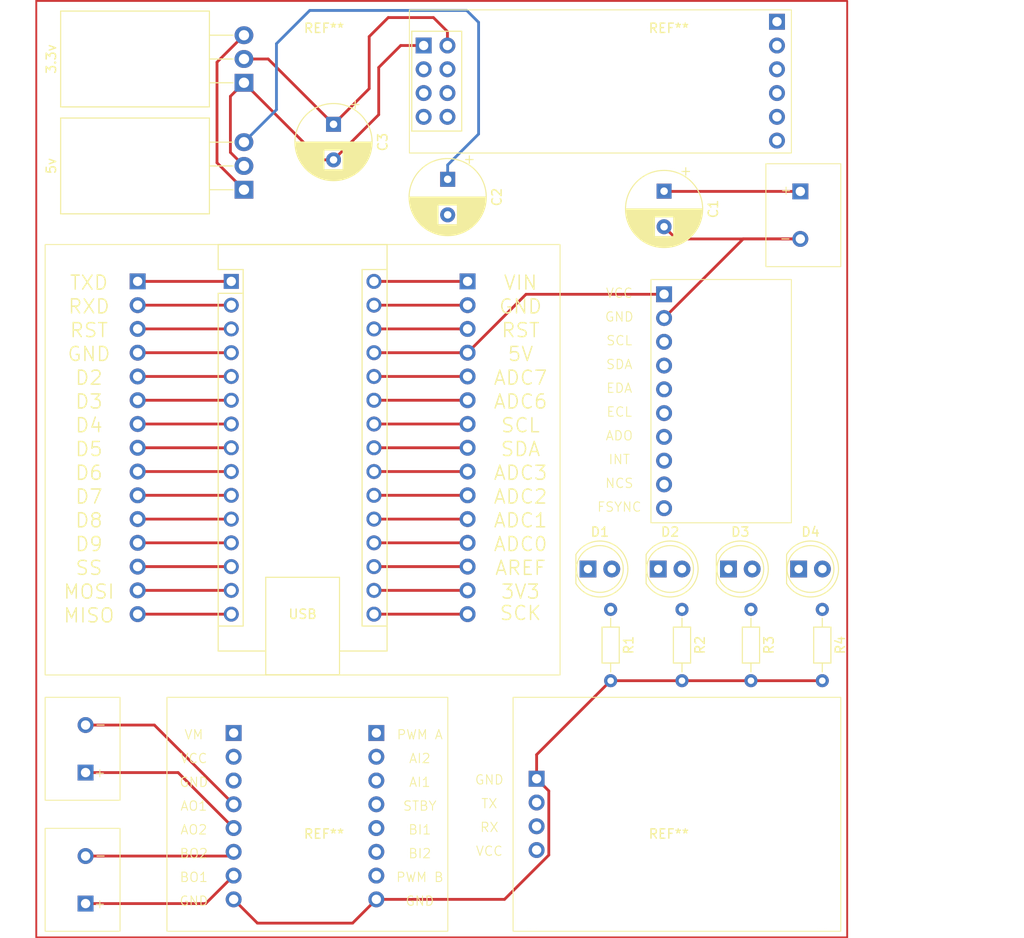
<source format=kicad_pcb>
(kicad_pcb (version 20240108) (generator "pcbnew") (generator_version "8.0")
  (layers (0 "F.Cu" signal) (31 "B.Cu" signal) (34 "B.Paste" user) (35 "F.Paste" user) (36 "B.SilkS" user "B.Silkscreen") (37 "F.SilkS" user "F.Silkscreen") (38 "B.Mask" user) (39 "F.Mask" user) (44 "Edge.Cuts" user))
  (net 0 "")
  (net 1 "Net-(3v3_regulator1-VO)")
  (net 2 "Net-(3v3_regulator1-GND)")
  (net 3 "Net-(3v3_regulator1-VI)")
  (net 4 "Net-(A1-D4)")
  (net 5 "Net-(A1-D11)")
  (net 6 "Net-(A1-A5)")
  (net 7 "Net-(A1-A2)")
  (net 8 "Net-(A1-D6)")
  (net 9 "unconnected-(A1-~{RESET}-Pad28)")
  (net 10 "Net-(A1-A6)")
  (net 11 "Net-(A1-D8)")
  (net 12 "unconnected-(A1-AREF-Pad18)")
  (net 13 "Net-(A1-D9)")
  (net 14 "unconnected-(A1-D1{slash}TX-Pad1)")
  (net 15 "unconnected-(A1-~{RESET}-Pad3)")
  (net 16 "Net-(A1-D12)")
  (net 17 "Net-(A1-D2)")
  (net 18 "Net-(A1-A3)")
  (net 19 "Net-(A1-+5V)")
  (net 20 "Net-(A1-D10)")
  (net 21 "Net-(A1-D7)")
  (net 22 "Net-(A1-A7)")
  (net 23 "unconnected-(A1-VIN-Pad30)")
  (net 24 "Net-(A1-A1)")
  (net 25 "Net-(A1-D3)")
  (net 26 "Net-(D1-A)")
  (net 27 "Net-(A1-D13)")
  (net 28 "Net-(A1-A4)")
  (net 29 "Net-(A1-A0)")
  (net 30 "Net-(A1-D5)")
  (net 31 "unconnected-(A1-D0{slash}RX-Pad2)")
  (net 32 "Net-(D2-A)")
  (net 33 "unconnected-(A1-3V3-Pad17)")
  (net 34 "Net-(MOTOR_A1-Input)")
  (net 35 "Net-(MOTOR_A1-GND)")
  (net 36 "Net-(MOTOR_B1-Input)")
  (net 37 "Net-(MOTOR_B1-GND)")
  (net 45 "Net-(D3-A)")
  (net 46 "Net-(D4-A)")
  (footprint "LED_THT:LED_D5.0mm" (layer "F.Cu") (at 162.066 103.632)
    (property "Reference" "D3" (at 1.27 -3.96 0) (layer "F.SilkS"))
    (property "Value" "LED")
    (pad "1" thru_hole rect (at 0 0) (size 1.8 1.8) (drill 0.9) (layers "*.Cu" "*.Mask") (net 22 "Net-(A1-A7)"))
    (pad "2" thru_hole circle (at 2.54 0) (size 1.8 1.8) (drill 0.9) (layers "*.Cu" "*.Mask") (net 45 "Net-(D3-A)"))
  )
  (footprint "Footprints_cez:Terminal" (layer "F.Cu") (at 84.513698 136.594 90)
    (property "Reference" "MOTOR_A1" (hide yes))
    (property "Value" "~")
    (fp_text user "+" (at -3.556 10.922 90) (layer "F.SilkS") (effects (font (thickness 0.1)) (justify left bottom)))
    (fp_text user "-" (at 2.794 11.176 180) (layer "F.SilkS") (effects (font (thickness 0.1)) (justify left bottom)))
    (pad "1" thru_hole rect (at -2.794 8.89 180) (size 1.7 1.7) (drill 1) (layers "*.Cu" "*.Mask") (net 34 "Net-(MOTOR_A1-Input)"))
    (pad "2" thru_hole oval (at 2.286 8.89 180) (size 1.7 1.7) (drill 1) (layers "*.Cu" "*.Mask") (net 35 "Net-(MOTOR_A1-GND)"))
  )
  (footprint "Package_TO_SOT_THT:TO-220-3_Horizontal_TabDown" (layer "F.Cu") (at 110.322 63.1 90)
    (property "Reference" "5v" (at 2.54 -20.58 -90) (layer "F.SilkS"))
    (property "Value" "L7805")
    (pad "" np_thru_hole oval (at 2.54 -16.66 90) (size 3.5 3.5) (drill 3.5) (layers "*.Cu" "*.Mask"))
    (pad "1" thru_hole rect (at 0 0 90) (size 1.905 2) (drill 1.1) (layers "*.Cu" "*.Mask") (net 3 "Net-(3v3_regulator1-VI)"))
    (pad "2" thru_hole oval (at 2.54 0 90) (size 1.905 2) (drill 1.1) (layers "*.Cu" "*.Mask") (net 2 "Net-(3v3_regulator1-GND)"))
    (pad "3" thru_hole oval (at 5.08 0 90) (size 1.905 2) (drill 1.1) (layers "*.Cu" "*.Mask") (net 19 "Net-(A1-+5V)"))
  )
  (footprint "Footprints_cez:Terminal" (layer "F.Cu") (at 84.514 122.594 90)
    (property "Reference" "MOTOR_B1" (hide yes))
    (property "Value" "~")
    (fp_text user "+" (at -3.556 10.922 90) (layer "F.SilkS") (effects (font (thickness 0.1)) (justify left bottom)))
    (fp_text user "-" (at 2.794 11.176 180) (layer "F.SilkS") (effects (font (thickness 0.1)) (justify left bottom)))
    (pad "1" thru_hole rect (at -2.794 8.89 180) (size 1.7 1.7) (drill 1) (layers "*.Cu" "*.Mask") (net 36 "Net-(MOTOR_B1-Input)"))
    (pad "2" thru_hole oval (at 2.286 8.89 180) (size 1.7 1.7) (drill 1) (layers "*.Cu" "*.Mask") (net 37 "Net-(MOTOR_B1-GND)"))
  )
  (footprint "LED_THT:LED_D5.0mm" (layer "F.Cu") (at 147.066 103.632)
    (property "Reference" "D1" (at 1.27 -3.96 0) (layer "F.SilkS"))
    (property "Value" "LED")
    (pad "1" thru_hole rect (at 0 0) (size 1.8 1.8) (drill 0.9) (layers "*.Cu" "*.Mask") (net 18 "Net-(A1-A3)"))
    (pad "2" thru_hole circle (at 2.54 0) (size 1.8 1.8) (drill 0.9) (layers "*.Cu" "*.Mask") (net 26 "Net-(D1-A)"))
  )
  (footprint "Footprints_cez:GY-NEO6MV2" (layer "F.Cu") (at 157.048 114.916)
    (property "Reference" "GPS1" (hide yes))
    (property "Value" "~" (hide yes))
    (fp_text user "TX" (at -21.444953 14.37 0) (layer "F.SilkS") (effects (font (thickness 0.1)) (justify left bottom)))
    (fp_text user "GND" (at -22.111619 11.83 0) (layer "F.SilkS") (effects (font (thickness 0.1)) (justify left bottom)))
    (fp_text user "VCC" (at -22.016381 19.45 0) (layer "F.SilkS") (effects (font (thickness 0.1)) (justify left bottom)))
    (fp_text user "RX" (at -21.564 16.91 0) (layer "F.SilkS") (effects (font (thickness 0.1)) (justify left bottom)))
    (pad "" np_thru_hole circle (at -15.976 4.464) (size 3.2 3.2) (drill 3.2) (layers "F&B.Cu" "*.Mask"))
    (pad "" np_thru_hole circle (at -15.976 25.292) (size 3.2 3.2) (drill 3.2) (layers "F&B.Cu" "*.Mask"))
    (pad "" np_thru_hole circle (at 15.012 4.464) (size 3.2 3.2) (drill 3.2) (layers "F&B.Cu" "*.Mask"))
    (pad "" np_thru_hole circle (at 15.012 25.292) (size 3.2 3.2) (drill 3.2) (layers "F&B.Cu" "*.Mask"))
    (pad "1" thru_hole rect (at -15.468 11.132) (size 1.7 1.7) (drill 1) (layers "*.Cu" "*.Mask") (net 2 "Net-(3v3_regulator1-GND)"))
    (pad "2" thru_hole oval (at -15.468 13.672) (size 1.7 1.7) (drill 1) (layers "*.Cu" "*.Mask") (net 25 "Net-(A1-D3)"))
    (pad "3" thru_hole oval (at -15.468 16.212) (size 1.7 1.7) (drill 1) (layers "*.Cu" "*.Mask") (net 17 "Net-(A1-D2)"))
    (pad "4" thru_hole oval (at -15.468 18.752) (size 1.7 1.7) (drill 1) (layers "*.Cu" "*.Mask") (net 19 "Net-(A1-+5V)"))
  )
  (footprint "Resistor_THT:R_Axial_DIN0204_L3.6mm_D1.6mm_P7.62mm_Horizontal" (layer "F.Cu") (at 172.092 107.95 -90)
    (property "Reference" "R4" (at 3.81 -1.92 90) (layer "F.SilkS"))
    (property "Value" "R")
    (pad "1" thru_hole circle (at 0 0 270) (size 1.4 1.4) (drill 0.7) (layers "*.Cu" "*.Mask") (net 46 "Net-(D4-A)"))
    (pad "2" thru_hole oval (at 7.62 0 270) (size 1.4 1.4) (drill 0.7) (layers "*.Cu" "*.Mask") (net 2 "Net-(3v3_regulator1-GND)"))
  )
  (footprint "LED_THT:LED_D5.0mm" (layer "F.Cu") (at 154.566 103.632)
    (property "Reference" "D2" (at 1.27 -3.96 0) (layer "F.SilkS"))
    (property "Value" "LED")
    (pad "1" thru_hole rect (at 0 0) (size 1.8 1.8) (drill 0.9) (layers "*.Cu" "*.Mask") (net 10 "Net-(A1-A6)"))
    (pad "2" thru_hole circle (at 2.54 0) (size 1.8 1.8) (drill 0.9) (layers "*.Cu" "*.Mask") (net 32 "Net-(D2-A)"))
  )
  (footprint "Footprints_cez:TB6612FNG" (layer "F.Cu") (at 117.094 116.078)
    (property "Reference" "TB6612FNG1" (hide yes))
    (property "Value" "~" (hide yes))
    (fp_text user "BI1" (at 10.731429 16.002 0) (layer "F.SilkS") (effects (font (thickness 0.1)) (justify left bottom)))
    (fp_text user "PWM A" (at 9.493333 5.842 0) (layer "F.SilkS") (effects (font (thickness 0.1)) (justify left bottom)))
    (fp_text user "BI2" (at 10.731429 18.542 0) (layer "F.SilkS") (effects (font (thickness 0.1)) (justify left bottom)))
    (fp_text user "GND" (at -13.716 23.622 0) (layer "F.SilkS") (effects (font (thickness 0.1)) (justify left bottom)))
    (fp_text user "PWM B" (at 9.421905 21.082 0) (layer "F.SilkS") (effects (font (thickness 0.1)) (justify left bottom)))
    (fp_text user "GND" (at 10.421905 23.622 0) (layer "F.SilkS") (effects (font (thickness 0.1)) (justify left bottom)))
    (fp_text user "BO2\n" (at -13.692191 18.542 0) (layer "F.SilkS") (effects (font (thickness 0.1)) (justify left bottom)))
    (fp_text user "VM" (at -13.192191 5.842 0) (layer "F.SilkS") (effects (font (thickness 0.1)) (justify left bottom)))
    (fp_text user "AI2\n" (at 10.802857 8.382 0) (layer "F.SilkS") (effects (font (thickness 0.1)) (justify left bottom)))
    (fp_text user "AI1" (at 10.802857 10.922 0) (layer "F.SilkS") (effects (font (thickness 0.1)) (justify left bottom)))
    (fp_text user "BO1" (at -13.692191 21.082 0) (layer "F.SilkS") (effects (font (thickness 0.1)) (justify left bottom)))
    (fp_text user "VCC" (at -13.620762 8.382 0) (layer "F.SilkS") (effects (font (thickness 0.1)) (justify left bottom)))
    (fp_text user "AO2" (at -13.620762 16.002 0) (layer "F.SilkS") (effects (font (thickness 0.1)) (justify left bottom)))
    (fp_text user "STBY" (at 10.16 13.462 0) (layer "F.SilkS") (effects (font (thickness 0.1)) (justify left bottom)))
    (fp_text user "AO1" (at -13.620762 13.462 0) (layer "F.SilkS") (effects (font (thickness 0.1)) (justify left bottom)))
    (fp_text user "GND" (at -13.716 10.922 0) (layer "F.SilkS") (effects (font (thickness 0.1)) (justify left bottom)))
    (pad "1" thru_hole rect (at -7.874 5.08) (size 1.7 1.7) (drill 1) (layers "*.Cu" "*.Mask") (net 3 "Net-(3v3_regulator1-VI)"))
    (pad "2" thru_hole oval (at -7.874 7.62) (size 1.7 1.7) (drill 1) (layers "*.Cu" "*.Mask") (net 19 "Net-(A1-+5V)"))
    (pad "3" thru_hole oval (at -7.874 10.16) (size 1.7 1.7) (drill 1) (layers "*.Cu" "*.Mask") (net 2 "Net-(3v3_regulator1-GND)"))
    (pad "4" thru_hole oval (at -7.874 12.7) (size 1.7 1.7) (drill 1) (layers "*.Cu" "*.Mask") (net 37 "Net-(MOTOR_B1-GND)"))
    (pad "5" thru_hole oval (at -7.874 15.24) (size 1.7 1.7) (drill 1) (layers "*.Cu" "*.Mask") (net 36 "Net-(MOTOR_B1-Input)"))
    (pad "6" thru_hole oval (at -7.874 17.78) (size 1.7 1.7) (drill 1) (layers "*.Cu" "*.Mask") (net 35 "Net-(MOTOR_A1-GND)"))
    (pad "7" thru_hole oval (at -7.874 20.32) (size 1.7 1.7) (drill 1) (layers "*.Cu" "*.Mask") (net 34 "Net-(MOTOR_A1-Input)"))
    (pad "8" thru_hole oval (at -7.874 22.86) (size 1.7 1.7) (drill 1) (layers "*.Cu" "*.Mask") (net 2 "Net-(3v3_regulator1-GND)"))
    (pad "9" thru_hole rect (at 7.366 5.08) (size 1.7 1.7) (drill 1) (layers "*.Cu" "*.Mask") (net 29 "Net-(A1-A0)"))
    (pad "10" thru_hole oval (at 7.366 7.62) (size 1.7 1.7) (drill 1) (layers "*.Cu" "*.Mask") (net 4 "Net-(A1-D4)"))
    (pad "11" thru_hole oval (at 7.366 10.16) (size 1.7 1.7) (drill 1) (layers "*.Cu" "*.Mask") (net 30 "Net-(A1-D5)"))
    (pad "12" thru_hole oval (at 7.366 12.7) (size 1.7 1.7) (drill 1) (layers "*.Cu" "*.Mask") (net 20 "Net-(A1-D10)"))
    (pad "13" thru_hole oval (at 7.366 15.24) (size 1.7 1.7) (drill 1) (layers "*.Cu" "*.Mask") (net 8 "Net-(A1-D6)"))
    (pad "14" thru_hole oval (at 7.366 17.78) (size 1.7 1.7) (drill 1) (layers "*.Cu" "*.Mask") (net 21 "Net-(A1-D7)"))
    (pad "15" thru_hole oval (at 7.366 20.32) (size 1.7 1.7) (drill 1) (layers "*.Cu" "*.Mask") (net 24 "Net-(A1-A1)"))
    (pad "16" thru_hole oval (at 7.366 22.86) (size 1.7 1.7) (drill 1) (layers "*.Cu" "*.Mask") (net 2 "Net-(3v3_regulator1-GND)"))
  )
  (footprint "Capacitor_THT:CP_Radial_D8.0mm_P3.80mm" (layer "F.Cu") (at 132.08 61.986 -90)
    (property "Reference" "C2" (at 1.9 -5.25 90) (layer "F.SilkS"))
    (property "Value" "C_Polarized")
    (pad "1" thru_hole rect (at 0 0 270) (size 1.6 1.6) (drill 0.8) (layers "*.Cu" "*.Mask") (net 19 "Net-(A1-+5V)"))
    (pad "2" thru_hole circle (at 3.8 0 270) (size 1.6 1.6) (drill 0.8) (layers "*.Cu" "*.Mask") (net 2 "Net-(3v3_regulator1-GND)"))
  )
  (footprint "MountingHole:MountingHole_3.2mm_M3" (layer "F.Cu") (at 155.702 50.038)
    (property "Reference" "REF**" (at 0 -4.2 0) (layer "F.SilkS"))
    (property "Value" "MountingHole_3.2mm_M3")
    (pad "" np_thru_hole circle (at 0 0) (size 3.2 3.2) (drill 3.2) (layers "*.Cu" "*.Mask"))
  )
  (footprint "Package_TO_SOT_THT:TO-220-3_Horizontal_TabDown" (layer "F.Cu") (at 110.322 51.67 90)
    (property "Reference" "3.3v" (at 2.54 -20.58 -90) (layer "F.SilkS"))
    (property "Value" "LD1117V33")
    (pad "" np_thru_hole oval (at 2.54 -16.66 90) (size 3.5 3.5) (drill 3.5) (layers "*.Cu" "*.Mask"))
    (pad "1" thru_hole rect (at 0 0 90) (size 1.905 2) (drill 1.1) (layers "*.Cu" "*.Mask") (net 2 "Net-(3v3_regulator1-GND)"))
    (pad "2" thru_hole oval (at 2.54 0 90) (size 1.905 2) (drill 1.1) (layers "*.Cu" "*.Mask") (net 1 "Net-(3v3_regulator1-VO)"))
    (pad "3" thru_hole oval (at 5.08 0 90) (size 1.905 2) (drill 1.1) (layers "*.Cu" "*.Mask") (net 3 "Net-(3v3_regulator1-VI)"))
  )
  (footprint "Footprints_cez:MPU6500" (layer "F.Cu") (at 160.432857 68.126)
    (property "Reference" "MPU1" (hide yes))
    (property "Value" "~" (hide yes))
    (fp_text user "EDA" (at -11.469809 16.764 0) (layer "F.SilkS") (effects (font (thickness 0.1)) (justify left bottom)))
    (fp_text user "ADO" (at -11.541238 21.844 0) (layer "F.SilkS") (effects (font (thickness 0.1)) (justify left bottom)))
    (fp_text user "FSYNC" (at -12.446 29.464 0) (layer "F.SilkS") (effects (font (thickness 0.1)) (justify left bottom)))
    (fp_text user "ECL" (at -11.446 19.304 0) (layer "F.SilkS") (effects (font (thickness 0.1)) (justify left bottom)))
    (fp_text user "INT" (at -11.231714 24.384 0) (layer "F.SilkS") (effects (font (thickness 0.1)) (justify left bottom)))
    (fp_text user "SCL" (at -11.469809 11.684 0) (layer "F.SilkS") (effects (font (thickness 0.1)) (justify left bottom)))
    (fp_text user "VCC" (at -11.517428 6.604 0) (layer "F.SilkS") (effects (font (thickness 0.1)) (justify left bottom)))
    (fp_text user "GND" (at -11.612666 9.144 0) (layer "F.SilkS") (effects (font (thickness 0.1)) (justify left bottom)))
    (fp_text user "SDA" (at -11.493619 14.224 0) (layer "F.SilkS") (effects (font (thickness 0.1)) (justify left bottom)))
    (fp_text user "NCS" (at -11.588857 26.924 0) (layer "F.SilkS") (effects (font (thickness 0.1)) (justify left bottom)))
    (pad "" np_thru_hole circle (at 6.699143 6.604) (size 2.7 2.7) (drill 2.7) (layers "F&B.Cu" "*.Mask"))
    (pad "" np_thru_hole circle (at 6.699143 28.448) (size 2.7 2.7) (drill 2.7) (layers "F&B.Cu" "*.Mask"))
    (pad "1" thru_hole rect (at -5.238857 6.147) (size 1.7 1.7) (drill 1) (layers "*.Cu" "*.Mask") (net 19 "Net-(A1-+5V)"))
    (pad "2" thru_hole oval (at -5.238857 8.687) (size 1.7 1.7) (drill 1) (layers "*.Cu" "*.Mask") (net 2 "Net-(3v3_regulator1-GND)"))
    (pad "3" thru_hole oval (at -5.238857 11.227) (size 1.7 1.7) (drill 1) (layers "*.Cu" "*.Mask") (net 6 "Net-(A1-A5)"))
    (pad "4" thru_hole oval (at -5.238857 13.767) (size 1.7 1.7) (drill 1) (layers "*.Cu" "*.Mask") (net 28 "Net-(A1-A4)"))
    (pad "5" thru_hole oval (at -5.238857 16.307) (size 1.7 1.7) (drill 1) (layers "*.Cu" "*.Mask"))
    (pad "6" thru_hole oval (at -5.238857 18.847) (size 1.7 1.7) (drill 1) (layers "*.Cu" "*.Mask"))
    (pad "7" thru_hole oval (at -5.238857 21.387) (size 1.7 1.7) (drill 1) (layers "*.Cu" "*.Mask"))
    (pad "8" thru_hole oval (at -5.238857 23.927) (size 1.7 1.7) (drill 1) (layers "*.Cu" "*.Mask"))
    (pad "9" thru_hole oval (at -5.238857 26.467) (size 1.7 1.7) (drill 1) (layers "*.Cu" "*.Mask"))
    (pad "10" thru_hole oval (at -5.238857 29.007) (size 1.7 1.7) (drill 1) (layers "*.Cu" "*.Mask"))
  )
  (footprint "Footprints_cez:Terminal" (layer "F.Cu") (at 178.638 66.074651 -90)
    (property "Reference" "POWER_INPUT1" (hide yes))
    (property "Value" "~")
    (fp_text user "-" (at 2.794 11.176 0) (layer "F.SilkS") (effects (font (thickness 0.1)) (justify left bottom)))
    (fp_text user "+" (at -3.556 10.922 -90) (layer "F.SilkS") (effects (font (thickness 0.1)) (justify left bottom)))
    (pad "1" thru_hole rect (at -2.794 8.89) (size 1.7 1.7) (drill 1) (layers "*.Cu" "*.Mask") (net 3 "Net-(3v3_regulator1-VI)"))
    (pad "2" thru_hole oval (at 2.286 8.89) (size 1.7 1.7) (drill 1) (layers "*.Cu" "*.Mask") (net 2 "Net-(3v3_regulator1-GND)"))
  )
  (footprint "LED_THT:LED_D5.0mm" (layer "F.Cu") (at 169.566 103.632)
    (property "Reference" "D4" (at 1.27 -3.96 0) (layer "F.SilkS"))
    (property "Value" "LED")
    (pad "1" thru_hole rect (at 0 0) (size 1.8 1.8) (drill 0.9) (layers "*.Cu" "*.Mask") (net 7 "Net-(A1-A2)"))
    (pad "2" thru_hole circle (at 2.54 0) (size 1.8 1.8) (drill 0.9) (layers "*.Cu" "*.Mask") (net 46 "Net-(D4-A)"))
  )
  (footprint "Capacitor_THT:CP_Radial_D8.0mm_P3.80mm" (layer "F.Cu") (at 119.888 56.109349 -90)
    (property "Reference" "C3" (at 1.9 -5.25 90) (layer "F.SilkS"))
    (property "Value" "C_Polarized")
    (pad "1" thru_hole rect (at 0 0 270) (size 1.6 1.6) (drill 0.8) (layers "*.Cu" "*.Mask") (net 1 "Net-(3v3_regulator1-VO)"))
    (pad "2" thru_hole circle (at 3.8 0 270) (size 1.6 1.6) (drill 0.8) (layers "*.Cu" "*.Mask") (net 2 "Net-(3v3_regulator1-GND)"))
  )
  (footprint "Capacitor_THT:CP_Radial_D8.0mm_P3.80mm" (layer "F.Cu") (at 155.194 63.256 -90)
    (property "Reference" "C1" (at 1.9 -5.25 90) (layer "F.SilkS"))
    (property "Value" "C_Polarized")
    (pad "1" thru_hole rect (at 0 0 270) (size 1.6 1.6) (drill 0.8) (layers "*.Cu" "*.Mask") (net 3 "Net-(3v3_regulator1-VI)"))
    (pad "2" thru_hole circle (at 3.8 0 270) (size 1.6 1.6) (drill 0.8) (layers "*.Cu" "*.Mask") (net 2 "Net-(3v3_regulator1-GND)"))
  )
  (footprint "MountingHole:MountingHole_3.2mm_M3" (layer "F.Cu") (at 118.872 50.038)
    (property "Reference" "REF**" (at 0 -4.2 0) (layer "F.SilkS"))
    (property "Value" "MountingHole_3.2mm_M3")
    (pad "" np_thru_hole circle (at 0 0) (size 3.2 3.2) (drill 3.2) (layers "*.Cu" "*.Mask"))
  )
  (footprint "Resistor_THT:R_Axial_DIN0204_L3.6mm_D1.6mm_P7.62mm_Horizontal" (layer "F.Cu") (at 164.472 107.95 -90)
    (property "Reference" "R3" (at 3.81 -1.92 90) (layer "F.SilkS"))
    (property "Value" "R")
    (pad "1" thru_hole circle (at 0 0 270) (size 1.4 1.4) (drill 0.7) (layers "*.Cu" "*.Mask") (net 45 "Net-(D3-A)"))
    (pad "2" thru_hole oval (at 7.62 0 270) (size 1.4 1.4) (drill 0.7) (layers "*.Cu" "*.Mask") (net 2 "Net-(3v3_regulator1-GND)"))
  )
  (footprint "Footprints_cez:Arduino nano breakout" (layer "F.Cu") (at 108.966 72.898)
    (property "Reference" "A1" (hide yes))
    (property "Value" "Arduino_Nano_v3.x")
    (fp_text user "D2" (at -16.763857 11.176 0) (layer "F.SilkS") (effects (font (size 1.5 1.5)) (justify left bottom)))
    (fp_text user "D8\n" (at -16.763857 26.416 0) (layer "F.SilkS") (effects (font (size 1.5 1.5)) (justify left bottom)))
    (fp_text user "RXD" (at -17.513857 3.556 0) (layer "F.SilkS") (effects (font (size 1.5 1.5)) (justify left bottom)))
    (fp_text user "SDA" (at 28.690143 18.796 0) (layer "F.SilkS") (effects (font (size 1.5 1.5)) (justify left bottom)))
    (fp_text user "TXD" (at -17.335286 1.016 0) (layer "F.SilkS") (effects (font (size 1.5 1.5)) (justify left bottom)))
    (fp_text user "MISO" (at -18.013858 36.576 0) (layer "F.SilkS") (effects (font (size 1.5 1.5)) (justify left bottom)))
    (fp_text user "D4" (at -16.763857 16.256 0) (layer "F.SilkS") (effects (font (size 1.5 1.5)) (justify left bottom)))
    (fp_text user "D9\n" (at -16.763857 28.956 0) (layer "F.SilkS") (effects (font (size 1.5 1.5)) (justify left bottom)))
    (fp_text user "ADC1\n" (at 27.940143 26.416 0) (layer "F.SilkS") (effects (font (size 1.5 1.5)) (justify left bottom)))
    (fp_text user "ADC6" (at 27.940143 13.716 0) (layer "F.SilkS") (effects (font (size 1.5 1.5)) (justify left bottom)))
    (fp_text user "ADC2" (at 27.940143 23.876 0) (layer "F.SilkS") (effects (font (size 1.5 1.5)) (justify left bottom)))
    (fp_text user "ADC7" (at 27.940143 11.176 0) (layer "F.SilkS") (effects (font (size 1.5 1.5)) (justify left bottom)))
    (fp_text user "RST" (at 28.761571 6.096 0) (layer "F.SilkS") (effects (font (size 1.5 1.5)) (justify left bottom)))
    (fp_text user "ADC3" (at 27.940143 21.336 0) (layer "F.SilkS") (effects (font (size 1.5 1.5)) (justify left bottom)))
    (fp_text user "ADC0" (at 27.940143 28.956 0) (layer "F.SilkS") (effects (font (size 1.5 1.5)) (justify left bottom)))
    (fp_text user "3V3" (at 28.725857 34.036 0) (layer "F.SilkS") (effects (font (size 1.5 1.5)) (justify left bottom)))
    (fp_text user "AREF" (at 28.083 31.496 0) (layer "F.SilkS") (effects (font (size 1.5 1.5)) (justify left bottom)))
    (fp_text user "SCL" (at 28.725857 16.256 0) (layer "F.SilkS") (effects (font (size 1.5 1.5)) (justify left bottom)))
    (fp_text user "USB" (at 7.62 35.56 0) (layer "F.SilkS"))
    (fp_text user "GND" (at 28.511571 3.556 0) (layer "F.SilkS") (effects (font (size 1.5 1.5)) (justify left bottom)))
    (fp_text user "MOSI" (at -18.013858 34.036 0) (layer "F.SilkS") (effects (font (size 1.5 1.5)) (justify left bottom)))
    (fp_text user "D3" (at -16.763857 13.716 0) (layer "F.SilkS") (effects (font (size 1.5 1.5)) (justify left bottom)))
    (fp_text user "SS" (at -16.728143 31.496 0) (layer "F.SilkS") (effects (font (size 1.5 1.5)) (justify left bottom)))
    (fp_text user "GND" (at -17.585286 8.636 0) (layer "F.SilkS") (effects (font (size 1.5 1.5)) (justify left bottom)))
    (fp_text user "5V" (at 29.440143 8.636 0) (layer "F.SilkS") (effects (font (size 1.5 1.5)) (justify left bottom)))
    (fp_text user "VIN" (at 29.011571 1.016 0) (layer "F.SilkS") (effects (font (size 1.5 1.5)) (justify left bottom)))
    (fp_text user "RST" (at -17.335286 6.096 0) (layer "F.SilkS") (effects (font (size 1.5 1.5)) (justify left bottom)))
    (fp_text user "D5\n" (at -16.763857 18.796 0) (layer "F.SilkS") (effects (font (size 1.5 1.5)) (justify left bottom)))
    (fp_text user "D7\n" (at -16.763857 23.876 0) (layer "F.SilkS") (effects (font (size 1.5 1.5)) (justify left bottom)))
    (fp_text user "D6\n" (at -16.763857 21.336 0) (layer "F.SilkS") (effects (font (size 1.5 1.5)) (justify left bottom)))
    (fp_text user "SCK" (at 28.583 36.322 0) (layer "F.SilkS") (effects (font (size 1.5 1.5)) (justify left bottom)))
    (pad "1" thru_hole rect (at -9.999857 0) (size 1.7 1.7) (drill 1) (layers "*.Cu" "*.Mask") (net 14 "unconnected-(A1-D1{slash}TX-Pad1)"))
    (pad "1" thru_hole rect (at 0 0) (size 1.6 1.6) (drill 1) (layers "*.Cu" "*.Mask") (net 14 "unconnected-(A1-D1{slash}TX-Pad1)"))
    (pad "2" thru_hole oval (at -9.999857 2.54) (size 1.7 1.7) (drill 1) (layers "*.Cu" "*.Mask") (net 31 "unconnected-(A1-D0{slash}RX-Pad2)"))
    (pad "2" thru_hole oval (at 0 2.54) (size 1.6 1.6) (drill 1) (layers "*.Cu" "*.Mask") (net 31 "unconnected-(A1-D0{slash}RX-Pad2)"))
    (pad "3" thru_hole oval (at -9.999857 5.08) (size 1.7 1.7) (drill 1) (layers "*.Cu" "*.Mask") (net 15 "unconnected-(A1-~{RESET}-Pad3)"))
    (pad "3" thru_hole oval (at 0 5.08) (size 1.6 1.6) (drill 1) (layers "*.Cu" "*.Mask") (net 15 "unconnected-(A1-~{RESET}-Pad3)"))
    (pad "4" thru_hole oval (at -9.999857 7.62) (size 1.7 1.7) (drill 1) (layers "*.Cu" "*.Mask") (net 2 "Net-(3v3_regulator1-GND)"))
    (pad "4" thru_hole oval (at 0 7.62) (size 1.6 1.6) (drill 1) (layers "*.Cu" "*.Mask") (net 2 "Net-(3v3_regulator1-GND)"))
    (pad "5" thru_hole oval (at -9.999857 10.16) (size 1.7 1.7) (drill 1) (layers "*.Cu" "*.Mask") (net 17 "Net-(A1-D2)"))
    (pad "5" thru_hole oval (at 0 10.16) (size 1.6 1.6) (drill 1) (layers "*.Cu" "*.Mask") (net 17 "Net-(A1-D2)"))
    (pad "6" thru_hole oval (at -9.999857 12.7) (size 1.7 1.7) (drill 1) (layers "*.Cu" "*.Mask") (net 25 "Net-(A1-D3)"))
    (pad "6" thru_hole oval (at 0 12.7) (size 1.6 1.6) (drill 1) (layers "*.Cu" "*.Mask") (net 25 "Net-(A1-D3)"))
    (pad "7" thru_hole oval (at -9.999857 15.24) (size 1.7 1.7) (drill 1) (layers "*.Cu" "*.Mask") (net 4 "Net-(A1-D4)"))
    (pad "7" thru_hole oval (at 0 15.24) (size 1.6 1.6) (drill 1) (layers "*.Cu" "*.Mask") (net 4 "Net-(A1-D4)"))
    (pad "8" thru_hole oval (at -9.999857 17.78) (size 1.7 1.7) (drill 1) (layers "*.Cu" "*.Mask") (net 30 "Net-(A1-D5)"))
    (pad "8" thru_hole oval (at 0 17.78) (size 1.6 1.6) (drill 1) (layers "*.Cu" "*.Mask") (net 30 "Net-(A1-D5)"))
    (pad "9" thru_hole oval (at -9.999857 20.32) (size 1.7 1.7) (drill 1) (layers "*.Cu" "*.Mask") (net 8 "Net-(A1-D6)"))
    (pad "9" thru_hole oval (at 0 20.32) (size 1.6 1.6) (drill 1) (layers "*.Cu" "*.Mask") (net 8 "Net-(A1-D6)"))
    (pad "10" thru_hole oval (at -9.999857 22.86) (size 1.7 1.7) (drill 1) (layers "*.Cu" "*.Mask") (net 21 "Net-(A1-D7)"))
    (pad "10" thru_hole oval (at 0 22.86) (size 1.6 1.6) (drill 1) (layers "*.Cu" "*.Mask") (net 21 "Net-(A1-D7)"))
    (pad "11" thru_hole oval (at -9.999857 25.4) (size 1.7 1.7) (drill 1) (layers "*.Cu" "*.Mask") (net 11 "Net-(A1-D8)"))
    (pad "11" thru_hole oval (at 0 25.4) (size 1.6 1.6) (drill 1) (layers "*.Cu" "*.Mask") (net 11 "Net-(A1-D8)"))
    (pad "12" thru_hole oval (at -9.999857 27.94) (size 1.7 1.7) (drill 1) (layers "*.Cu" "*.Mask") (net 13 "Net-(A1-D9)"))
    (pad "12" thru_hole oval (at 0 27.94) (size 1.6 1.6) (drill 1) (layers "*.Cu" "*.Mask") (net 13 "Net-(A1-D9)"))
    (pad "13" thru_hole oval (at -9.999857 30.48) (size 1.7 1.7) (drill 1) (layers "*.Cu" "*.Mask") (net 20 "Net-(A1-D10)"))
    (pad "13" thru_hole oval (at 0 30.48) (size 1.6 1.6) (drill 1) (layers "*.Cu" "*.Mask") (net 20 "Net-(A1-D10)"))
    (pad "14" thru_hole oval (at -9.999857 33.02) (size 1.7 1.7) (drill 1) (layers "*.Cu" "*.Mask") (net 5 "Net-(A1-D11)"))
    (pad "14" thru_hole oval (at 0 33.02) (size 1.6 1.6) (drill 1) (layers "*.Cu" "*.Mask") (net 5 "Net-(A1-D11)"))
    (pad "15" thru_hole oval (at -9.999857 35.56) (size 1.7 1.7) (drill 1) (layers "*.Cu" "*.Mask") (net 16 "Net-(A1-D12)"))
    (pad "15" thru_hole oval (at 0 35.56) (size 1.6 1.6) (drill 1) (layers "*.Cu" "*.Mask") (net 16 "Net-(A1-D12)"))
    (pad "16" thru_hole oval (at 15.24 35.56) (size 1.6 1.6) (drill 1) (layers "*.Cu" "*.Mask") (net 27 "Net-(A1-D13)"))
    (pad "16" thru_hole oval (at 25.240143 35.56) (size 1.7 1.7) (drill 1) (layers "*.Cu" "*.Mask") (net 27 "Net-(A1-D13)"))
    (pad "17" thru_hole oval (at 15.24 33.02) (size 1.6 1.6) (drill 1) (layers "*.Cu" "*.Mask") (net 33 "unconnected-(A1-3V3-Pad17)"))
    (pad "17" thru_hole oval (at 25.240143 33.02) (size 1.7 1.7) (drill 1) (layers "*.Cu" "*.Mask") (net 33 "unconnected-(A1-3V3-Pad17)"))
    (pad "18" thru_hole oval (at 15.24 30.48) (size 1.6 1.6) (drill 1) (layers "*.Cu" "*.Mask") (net 12 "unconnected-(A1-AREF-Pad18)"))
    (pad "18" thru_hole oval (at 25.240143 30.48) (size 1.7 1.7) (drill 1) (layers "*.Cu" "*.Mask") (net 12 "unconnected-(A1-AREF-Pad18)"))
    (pad "19" thru_hole oval (at 15.24 27.94) (size 1.6 1.6) (drill 1) (layers "*.Cu" "*.Mask") (net 29 "Net-(A1-A0)"))
    (pad "19" thru_hole oval (at 25.240143 27.94) (size 1.7 1.7) (drill 1) (layers "*.Cu" "*.Mask") (net 29 "Net-(A1-A0)"))
    (pad "20" thru_hole oval (at 15.24 25.4) (size 1.6 1.6) (drill 1) (layers "*.Cu" "*.Mask") (net 24 "Net-(A1-A1)"))
    (pad "20" thru_hole oval (at 25.240143 25.4) (size 1.7 1.7) (drill 1) (layers "*.Cu" "*.Mask") (net 24 "Net-(A1-A1)"))
    (pad "21" thru_hole oval (at 15.24 22.86) (size 1.6 1.6) (drill 1) (layers "*.Cu" "*.Mask") (net 7 "Net-(A1-A2)"))
    (pad "21" thru_hole oval (at 25.240143 22.86) (size 1.7 1.7) (drill 1) (layers "*.Cu" "*.Mask") (net 7 "Net-(A1-A2)"))
    (pad "22" thru_hole oval (at 15.24 20.32) (size 1.6 1.6) (drill 1) (layers "*.Cu" "*.Mask") (net 18 "Net-(A1-A3)"))
    (pad "22" thru_hole oval (at 25.240143 20.32) (size 1.7 1.7) (drill 1) (layers "*.Cu" "*.Mask") (net 18 "Net-(A1-A3)"))
    (pad "23" thru_hole oval (at 15.24 17.78) (size 1.6 1.6) (drill 1) (layers "*.Cu" "*.Mask") (net 28 "Net-(A1-A4)"))
    (pad "23" thru_hole oval (at 25.240143 17.78) (size 1.7 1.7) (drill 1) (layers "*.Cu" "*.Mask") (net 28 "Net-(A1-A4)"))
    (pad "24" thru_hole oval (at 15.24 15.24) (size 1.6 1.6) (drill 1) (layers "*.Cu" "*.Mask") (net 6 "Net-(A1-A5)"))
    (pad "24" thru_hole oval (at 25.240143 15.24) (size 1.7 1.7) (drill 1) (layers "*.Cu" "*.Mask") (net 6 "Net-(A1-A5)"))
    (pad "25" thru_hole oval (at 15.24 12.7) (size 1.6 1.6) (drill 1) (layers "*.Cu" "*.Mask") (net 10 "Net-(A1-A6)"))
    (pad "25" thru_hole oval (at 25.240143 12.7) (size 1.7 1.7) (drill 1) (layers "*.Cu" "*.Mask") (net 10 "Net-(A1-A6)"))
    (pad "26" thru_hole oval (at 15.24 10.16) (size 1.6 1.6) (drill 1) (layers "*.Cu" "*.Mask") (net 22 "Net-(A1-A7)"))
    (pad "26" thru_hole oval (at 25.240143 10.16) (size 1.7 1.7) (drill 1) (layers "*.Cu" "*.Mask") (net 22 "Net-(A1-A7)"))
    (pad "27" thru_hole oval (at 15.24 7.62) (size 1.6 1.6) (drill 1) (layers "*.Cu" "*.Mask") (net 19 "Net-(A1-+5V)"))
    (pad "27" thru_hole oval (at 25.240143 7.62) (size 1.7 1.7) (drill 1) (layers "*.Cu" "*.Mask") (net 19 "Net-(A1-+5V)"))
    (pad "28" thru_hole oval (at 15.24 5.08) (size 1.6 1.6) (drill 1) (layers "*.Cu" "*.Mask") (net 9 "unconnected-(A1-~{RESET}-Pad28)"))
    (pad "28" thru_hole oval (at 25.240143 5.08) (size 1.7 1.7) (drill 1) (layers "*.Cu" "*.Mask") (net 9 "unconnected-(A1-~{RESET}-Pad28)"))
    (pad "29" thru_hole oval (at 15.24 2.54) (size 1.6 1.6) (drill 1) (layers "*.Cu" "*.Mask") (net 2 "Net-(3v3_regulator1-GND)"))
    (pad "29" thru_hole oval (at 25.240143 2.54) (size 1.7 1.7) (drill 1) (layers "*.Cu" "*.Mask") (net 2 "Net-(3v3_regulator1-GND)"))
    (pad "30" thru_hole oval (at 15.24 0) (size 1.6 1.6) (drill 1) (layers "*.Cu" "*.Mask") (net 23 "unconnected-(A1-VIN-Pad30)"))
    (pad "30" thru_hole rect (at 25.240143 0) (size 1.7 1.7) (drill 1) (layers "*.Cu" "*.Mask") (net 23 "unconnected-(A1-VIN-Pad30)"))
  )
  (footprint "MountingHole:MountingHole_3.2mm_M3" (layer "F.Cu") (at 118.872 136.144)
    (property "Reference" "REF**" (at 0 -4.2 0) (layer "F.SilkS"))
    (property "Value" "MountingHole_3.2mm_M3")
    (pad "" np_thru_hole circle (at 0 0) (size 3.2 3.2) (drill 3.2) (layers "*.Cu" "*.Mask"))
  )
  (footprint "Footprints_cez:nRF24L01_big" (layer "F.Cu") (at 129.514 47.69)
    (property "Reference" "NRF1" (hide yes))
    (property "Value" "NRF24L01_Big" (hide yes))
    (pad "0" thru_hole rect (at 37.738 -2.54) (size 1.7 1.7) (drill 1) (layers "*.Cu" "*.Mask"))
    (pad "0" thru_hole oval (at 37.738 0) (size 1.7 1.7) (drill 1) (layers "*.Cu" "*.Mask"))
    (pad "0" thru_hole oval (at 37.738 2.54) (size 1.7 1.7) (drill 1) (layers "*.Cu" "*.Mask"))
    (pad "0" thru_hole oval (at 37.738 5.08) (size 1.7 1.7) (drill 1) (layers "*.Cu" "*.Mask"))
    (pad "0" thru_hole oval (at 37.738 7.62) (size 1.7 1.7) (drill 1) (layers "*.Cu" "*.Mask"))
    (pad "0" thru_hole oval (at 37.738 10.16) (size 1.7 1.7) (drill 1) (layers "*.Cu" "*.Mask"))
    (pad "1" thru_hole rect (at 0 0) (size 1.7 1.7) (drill 1) (layers "*.Cu" "*.Mask") (net 2 "Net-(3v3_regulator1-GND)"))
    (pad "2" thru_hole circle (at 2.54 0) (size 1.7 1.7) (drill 1) (layers "*.Cu" "*.Mask") (net 1 "Net-(3v3_regulator1-VO)"))
    (pad "3" thru_hole circle (at 0 2.54) (size 1.7 1.7) (drill 1) (layers "*.Cu" "*.Mask") (net 11 "Net-(A1-D8)"))
    (pad "4" thru_hole circle (at 2.54 2.54) (size 1.7 1.7) (drill 1) (layers "*.Cu" "*.Mask") (net 13 "Net-(A1-D9)"))
    (pad "5" thru_hole circle (at 0 5.08) (size 1.7 1.7) (drill 1) (layers "*.Cu" "*.Mask") (net 27 "Net-(A1-D13)"))
    (pad "6" thru_hole circle (at 2.54 5.08) (size 1.7 1.7) (drill 1) (layers "*.Cu" "*.Mask") (net 5 "Net-(A1-D11)"))
    (pad "7" thru_hole circle (at 0 7.62) (size 1.7 1.7) (drill 1) (layers "*.Cu" "*.Mask") (net 16 "Net-(A1-D12)"))
    (pad "8" thru_hole circle (at 2.54 7.62) (size 1.7 1.7) (drill 1) (layers "*.Cu" "*.Mask"))
  )
  (footprint "MountingHole:MountingHole_3.2mm_M3" (layer "F.Cu") (at 155.702 136.144)
    (property "Reference" "REF**" (at 0 -4.2 0) (layer "F.SilkS"))
    (property "Value" "MountingHole_3.2mm_M3")
    (pad "" np_thru_hole circle (at 0 0) (size 3.2 3.2) (drill 3.2) (layers "*.Cu" "*.Mask"))
  )
  (footprint "Resistor_THT:R_Axial_DIN0204_L3.6mm_D1.6mm_P7.62mm_Horizontal" (layer "F.Cu") (at 157.106 107.95 -90)
    (property "Reference" "R2" (at 3.81 -1.92 90) (layer "F.SilkS"))
    (property "Value" "R")
    (pad "1" thru_hole circle (at 0 0 270) (size 1.4 1.4) (drill 0.7) (layers "*.Cu" "*.Mask") (net 32 "Net-(D2-A)"))
    (pad "2" thru_hole oval (at 7.62 0 270) (size 1.4 1.4) (drill 0.7) (layers "*.Cu" "*.Mask") (net 2 "Net-(3v3_regulator1-GND)"))
  )
  (footprint "Resistor_THT:R_Axial_DIN0204_L3.6mm_D1.6mm_P7.62mm_Horizontal" (layer "F.Cu") (at 149.486 107.95 -90)
    (property "Reference" "R1" (at 3.81 -1.92 90) (layer "F.SilkS"))
    (property "Value" "R")
    (pad "1" thru_hole circle (at 0 0 270) (size 1.4 1.4) (drill 0.7) (layers "*.Cu" "*.Mask") (net 26 "Net-(D1-A)"))
    (pad "2" thru_hole oval (at 7.62 0 270) (size 1.4 1.4) (drill 0.7) (layers "*.Cu" "*.Mask") (net 2 "Net-(3v3_regulator1-GND)"))
  )
  (gr_rect (start 88.138 42.926) (end 174.752 143.002) (stroke (width 0.2)) (fill none) (layer "F.Cu"))
  (segment (start 123.698 52.299349) (end 123.698 46.736) (width 0.3) (layer "F.Cu") (net 1))
  (segment (start 132.054 46.202) (end 132.054 47.69) (width 0.3) (layer "F.Cu") (net 1))
  (segment (start 112.908651 49.13) (end 119.888 56.109349) (width 0.3) (layer "F.Cu") (net 1))
  (segment (start 110.322 49.13) (end 112.908651 49.13) (width 0.3) (layer "F.Cu") (net 1))
  (segment (start 130.556 44.704) (end 132.054 46.202) (width 0.3) (layer "F.Cu") (net 1))
  (segment (start 125.73 44.704) (end 130.556 44.704) (width 0.3) (layer "F.Cu") (net 1))
  (segment (start 123.698 46.736) (end 125.73 44.704) (width 0.3) (layer "F.Cu") (net 1))
  (segment (start 119.888 56.109349) (end 123.698 52.299349) (width 0.3) (layer "F.Cu") (net 1))
  (segment (start 119.888 59.909349) (end 118.561349 59.909349) (width 0.3) (layer "F.Cu") (net 2))
  (segment (start 121.92 141.478) (end 124.46 138.938) (width 0.3) (layer "F.Cu") (net 2))
  (segment (start 109.22 138.938) (end 111.76 141.478) (width 0.3) (layer "F.Cu") (net 2))
  (segment (start 142.88 134.206478) (end 142.88 127.348) (width 0.3) (layer "F.Cu") (net 2))
  (segment (start 142.88 127.348) (end 141.58 126.048) (width 0.3) (layer "F.Cu") (net 2))
  (segment (start 155.194 76.813) (end 163.646349 68.360651) (width 0.3) (layer "F.Cu") (net 2))
  (segment (start 127.062 47.69) (end 129.514 47.69) (width 0.3) (layer "F.Cu") (net 2))
  (segment (start 124.714 55.083349) (end 124.714 50.038) (width 0.3) (layer "F.Cu") (net 2))
  (segment (start 141.58 123.476) (end 149.486 115.57) (width 0.3) (layer "F.Cu") (net 2))
  (segment (start 157.106 115.57) (end 149.486 115.57) (width 0.3) (layer "F.Cu") (net 2))
  (segment (start 169.748 68.360651) (end 156.498651 68.360651) (width 0.3) (layer "F.Cu") (net 2))
  (segment (start 124.714 50.038) (end 127.062 47.69) (width 0.3) (layer "F.Cu") (net 2))
  (segment (start 119.888 59.909349) (end 124.714 55.083349) (width 0.3) (layer "F.Cu") (net 2))
  (segment (start 138.148478 138.938) (end 142.88 134.206478) (width 0.3) (layer "F.Cu") (net 2))
  (segment (start 98.966143 80.518) (end 108.966 80.518) (width 0.3) (layer "F.Cu") (net 2))
  (segment (start 111.76 141.478) (end 121.92 141.478) (width 0.3) (layer "F.Cu") (net 2))
  (segment (start 134.206143 75.438) (end 124.206 75.438) (width 0.3) (layer "F.Cu") (net 2))
  (segment (start 141.58 126.048) (end 141.58 123.476) (width 0.3) (layer "F.Cu") (net 2))
  (segment (start 156.498651 68.360651) (end 155.194 67.056) (width 0.3) (layer "F.Cu") (net 2))
  (segment (start 108.872 59.11) (end 108.872 53.12) (width 0.3) (layer "F.Cu") (net 2))
  (segment (start 110.322 60.56) (end 108.872 59.11) (width 0.3) (layer "F.Cu") (net 2))
  (segment (start 164.472 115.57) (end 157.106 115.57) (width 0.3) (layer "F.Cu") (net 2))
  (segment (start 118.561349 59.909349) (end 110.322 51.67) (width 0.3) (layer "F.Cu") (net 2))
  (segment (start 108.872 53.12) (end 110.322 51.67) (width 0.3) (layer "F.Cu") (net 2))
  (segment (start 172.092 115.57) (end 164.472 115.57) (width 0.3) (layer "F.Cu") (net 2))
  (segment (start 124.46 138.938) (end 138.148478 138.938) (width 0.3) (layer "F.Cu") (net 2))
  (segment (start 163.646349 68.360651) (end 169.748 68.360651) (width 0.3) (layer "F.Cu") (net 2))
  (segment (start 107.442 60.22) (end 110.322 63.1) (width 0.3) (layer "F.Cu") (net 3))
  (segment (start 169.748 63.280651) (end 155.218651 63.280651) (width 0.3) (layer "F.Cu") (net 3))
  (segment (start 107.442 49.47) (end 107.442 60.22) (width 0.3) (layer "F.Cu") (net 3))
  (segment (start 155.218651 63.280651) (end 155.194 63.256) (width 0.3) (layer "F.Cu") (net 3))
  (segment (start 110.322 46.59) (end 107.442 49.47) (width 0.3) (layer "F.Cu") (net 3))
  (segment (start 108.966 88.138) (end 98.966143 88.138) (width 0.3) (layer "F.Cu") (net 4))
  (segment (start 98.966143 105.918) (end 108.966 105.918) (width 0.3) (layer "F.Cu") (net 5))
  (segment (start 124.206 88.138) (end 134.206143 88.138) (width 0.3) (layer "F.Cu") (net 6))
  (segment (start 134.206143 95.758) (end 124.206 95.758) (width 0.3) (layer "F.Cu") (net 7))
  (segment (start 108.966 93.218) (end 98.966143 93.218) (width 0.3) (layer "F.Cu") (net 8))
  (segment (start 124.206 77.978) (end 134.206143 77.978) (width 0.3) (layer "F.Cu") (net 9))
  (segment (start 124.206 85.598) (end 134.206143 85.598) (width 0.3) (layer "F.Cu") (net 10))
  (segment (start 108.966 98.298) (end 98.966143 98.298) (width 0.3) (layer "F.Cu") (net 11))
  (segment (start 124.206 103.378) (end 134.206143 103.378) (width 0.3) (layer "F.Cu") (net 12))
  (segment (start 98.966143 100.838) (end 108.966 100.838) (width 0.3) (layer "F.Cu") (net 13))
  (segment (start 108.966 72.898) (end 98.966143 72.898) (width 0.3) (layer "F.Cu") (net 14))
  (segment (start 108.966 77.978) (end 98.966143 77.978) (width 0.3) (layer "F.Cu") (net 15))
  (segment (start 98.966143 108.458) (end 108.966 108.458) (width 0.3) (layer "F.Cu") (net 16))
  (segment (start 108.966 83.058) (end 98.966143 83.058) (width 0.3) (layer "F.Cu") (net 17))
  (segment (start 124.206 93.218) (end 134.206143 93.218) (width 0.3) (layer "F.Cu") (net 18))
  (segment (start 124.206 80.518) (end 134.206143 80.518) (width 0.3) (layer "F.Cu") (net 19))
  (segment (start 140.451143 74.273) (end 134.206143 80.518) (width 0.3) (layer "F.Cu") (net 19))
  (segment (start 155.194 74.273) (end 140.451143 74.273) (width 0.3) (layer "F.Cu") (net 19))
  (segment (start 113.792 47.498) (end 117.348 43.942) (width 0.3) (layer "B.Cu") (net 19))
  (segment (start 135.382 45.212) (end 135.382 57.15) (width 0.3) (layer "B.Cu") (net 19))
  (segment (start 110.322 58.02) (end 113.792 54.55) (width 0.3) (layer "B.Cu") (net 19))
  (segment (start 132.08 60.452) (end 132.08 61.986) (width 0.3) (layer "B.Cu") (net 19))
  (segment (start 113.792 54.55) (end 113.792 47.498) (width 0.3) (layer "B.Cu") (net 19))
  (segment (start 135.382 57.15) (end 132.08 60.452) (width 0.3) (layer "B.Cu") (net 19))
  (segment (start 134.112 43.942) (end 135.382 45.212) (width 0.3) (layer "B.Cu") (net 19))
  (segment (start 117.348 43.942) (end 134.112 43.942) (width 0.3) (layer "B.Cu") (net 19))
  (segment (start 108.966 103.378) (end 98.966143 103.378) (width 0.3) (layer "F.Cu") (net 20))
  (segment (start 98.966143 95.758) (end 108.966 95.758) (width 0.3) (layer "F.Cu") (net 21))
  (segment (start 124.206 83.058) (end 134.206143 83.058) (width 0.3) (layer "F.Cu") (net 22))
  (segment (start 124.206 72.898) (end 134.206143 72.898) (width 0.3) (layer "F.Cu") (net 23))
  (segment (start 124.206 98.298) (end 134.206143 98.298) (width 0.3) (layer "F.Cu") (net 24))
  (segment (start 98.966143 85.598) (end 108.966 85.598) (width 0.3) (layer "F.Cu") (net 25))
  (segment (start 124.206 108.458) (end 134.206143 108.458) (width 0.3) (layer "F.Cu") (net 27))
  (segment (start 134.206143 90.678) (end 124.206 90.678) (width 0.3) (layer "F.Cu") (net 28))
  (segment (start 134.206143 100.838) (end 124.206 100.838) (width 0.3) (layer "F.Cu") (net 29))
  (segment (start 98.966143 90.678) (end 108.966 90.678) (width 0.3) (layer "F.Cu") (net 30))
  (segment (start 98.966143 75.438) (end 108.966 75.438) (width 0.3) (layer "F.Cu") (net 31))
  (segment (start 134.206143 105.918) (end 124.206 105.918) (width 0.3) (layer "F.Cu") (net 33))
  (segment (start 106.23 139.388) (end 109.22 136.398) (width 0.3) (layer "F.Cu") (net 34))
  (segment (start 93.403698 139.388) (end 106.23 139.388) (width 0.3) (layer "F.Cu") (net 34))
  (segment (start 93.403698 134.308) (end 108.77 134.308) (width 0.3) (layer "F.Cu") (net 35))
  (segment (start 108.77 134.308) (end 109.22 133.858) (width 0.3) (layer "F.Cu") (net 35))
  (segment (start 103.29 125.388) (end 109.22 131.318) (width 0.3) (layer "F.Cu") (net 36))
  (segment (start 93.404 125.388) (end 103.29 125.388) (width 0.3) (layer "F.Cu") (net 36))
  (segment (start 100.75 120.308) (end 109.22 128.778) (width 0.3) (layer "F.Cu") (net 37))
  (segment (start 93.404 120.308) (end 100.75 120.308) (width 0.3) (layer "F.Cu") (net 37))
)
</source>
